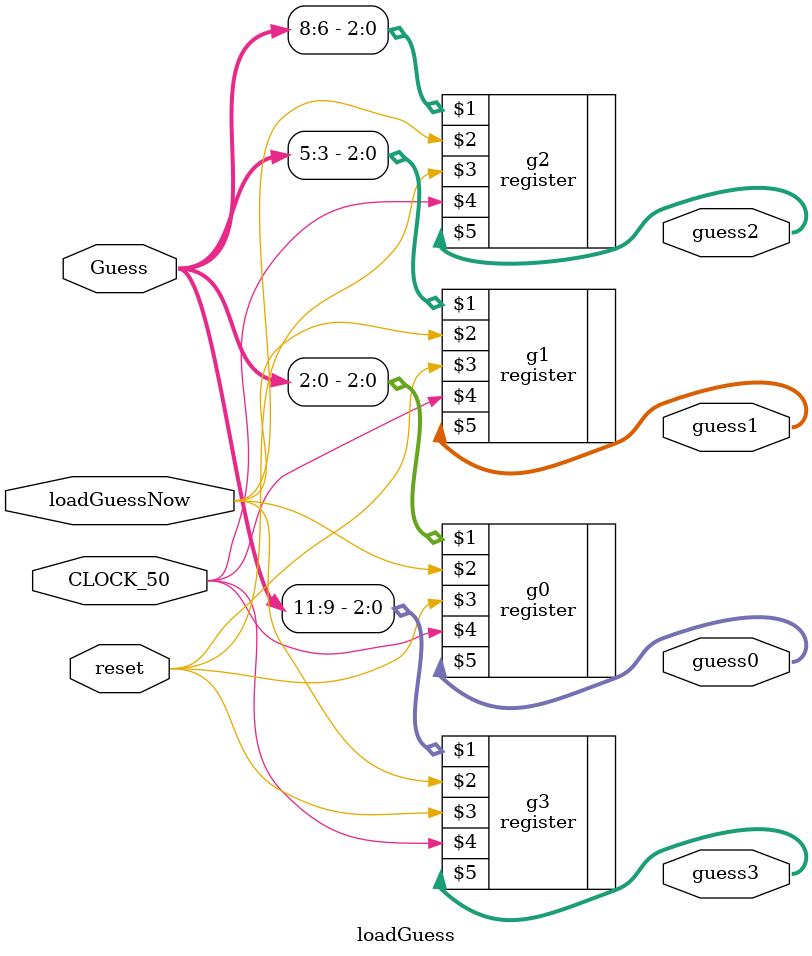
<source format=sv>
module loadGuess(
	input logic [11:0] Guess,
	input logic loadGuessNow, reset, CLOCK_50,
	output logic [3:0] guess0, guess1, guess2, guess3
	);
	
	register #(3) g0(Guess[2:0],  loadGuessNow, reset, CLOCK_50, guess0);
	register #(3) g1(Guess[5:3],  loadGuessNow, reset, CLOCK_50, guess1);
	register #(3) g2(Guess[8:6],  loadGuessNow, reset, CLOCK_50, guess2);
	register #(3) g3(Guess[11:9], loadGuessNow, reset, CLOCK_50, guess3);

endmodule: loadGuess
</source>
